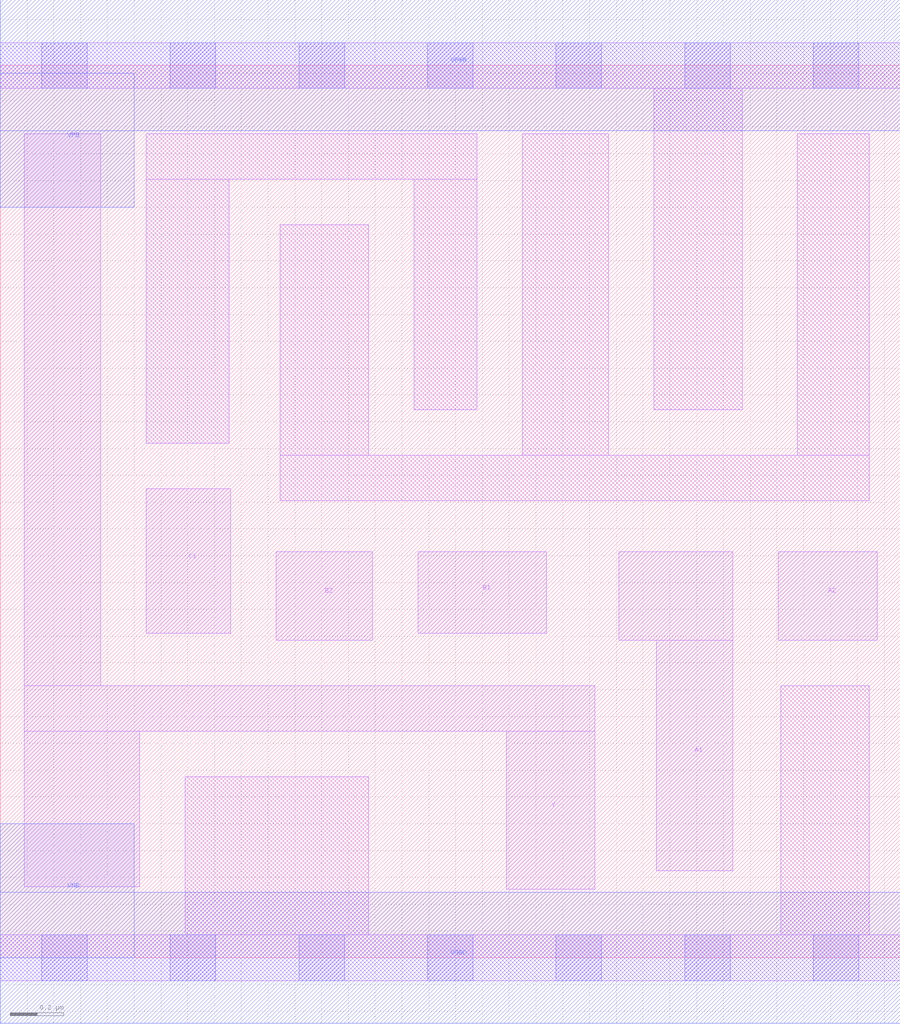
<source format=lef>
# Copyright 2020 The SkyWater PDK Authors
#
# Licensed under the Apache License, Version 2.0 (the "License");
# you may not use this file except in compliance with the License.
# You may obtain a copy of the License at
#
#     https://www.apache.org/licenses/LICENSE-2.0
#
# Unless required by applicable law or agreed to in writing, software
# distributed under the License is distributed on an "AS IS" BASIS,
# WITHOUT WARRANTIES OR CONDITIONS OF ANY KIND, either express or implied.
# See the License for the specific language governing permissions and
# limitations under the License.
#
# SPDX-License-Identifier: Apache-2.0

VERSION 5.5 ;
NAMESCASESENSITIVE ON ;
BUSBITCHARS "[]" ;
DIVIDERCHAR "/" ;
MACRO sky130_fd_sc_lp__a221oi_1
  CLASS CORE ;
  SOURCE USER ;
  ORIGIN  0.000000  0.000000 ;
  SIZE  3.360000 BY  3.330000 ;
  SYMMETRY X Y R90 ;
  SITE unit ;
  PIN A1
    ANTENNAGATEAREA  0.315000 ;
    DIRECTION INPUT ;
    USE SIGNAL ;
    PORT
      LAYER li1 ;
        RECT 2.310000 1.185000 2.735000 1.515000 ;
        RECT 2.450000 0.325000 2.735000 1.185000 ;
    END
  END A1
  PIN A2
    ANTENNAGATEAREA  0.315000 ;
    DIRECTION INPUT ;
    USE SIGNAL ;
    PORT
      LAYER li1 ;
        RECT 2.905000 1.185000 3.275000 1.515000 ;
    END
  END A2
  PIN B1
    ANTENNAGATEAREA  0.315000 ;
    DIRECTION INPUT ;
    USE SIGNAL ;
    PORT
      LAYER li1 ;
        RECT 1.560000 1.210000 2.040000 1.515000 ;
    END
  END B1
  PIN B2
    ANTENNAGATEAREA  0.315000 ;
    DIRECTION INPUT ;
    USE SIGNAL ;
    PORT
      LAYER li1 ;
        RECT 1.030000 1.185000 1.390000 1.515000 ;
    END
  END B2
  PIN C1
    ANTENNAGATEAREA  0.315000 ;
    DIRECTION INPUT ;
    USE SIGNAL ;
    PORT
      LAYER li1 ;
        RECT 0.545000 1.210000 0.860000 1.750000 ;
    END
  END C1
  PIN Y
    ANTENNADIFFAREA  0.884100 ;
    DIRECTION OUTPUT ;
    USE SIGNAL ;
    PORT
      LAYER li1 ;
        RECT 0.090000 0.265000 0.520000 0.845000 ;
        RECT 0.090000 0.845000 2.220000 1.015000 ;
        RECT 0.090000 1.015000 0.375000 3.075000 ;
        RECT 1.890000 0.255000 2.220000 0.845000 ;
    END
  END Y
  PIN VGND
    DIRECTION INOUT ;
    USE GROUND ;
    PORT
      LAYER met1 ;
        RECT 0.000000 -0.245000 3.360000 0.245000 ;
    END
  END VGND
  PIN VNB
    DIRECTION INOUT ;
    USE GROUND ;
    PORT
      LAYER met1 ;
        RECT 0.000000 0.000000 0.500000 0.500000 ;
    END
  END VNB
  PIN VPB
    DIRECTION INOUT ;
    USE POWER ;
    PORT
      LAYER met1 ;
        RECT 0.000000 2.800000 0.500000 3.300000 ;
    END
  END VPB
  PIN VPWR
    DIRECTION INOUT ;
    USE POWER ;
    PORT
      LAYER met1 ;
        RECT 0.000000 3.085000 3.360000 3.575000 ;
    END
  END VPWR
  OBS
    LAYER li1 ;
      RECT 0.000000 -0.085000 3.360000 0.085000 ;
      RECT 0.000000  3.245000 3.360000 3.415000 ;
      RECT 0.545000  1.920000 0.855000 2.905000 ;
      RECT 0.545000  2.905000 1.780000 3.075000 ;
      RECT 0.690000  0.085000 1.375000 0.675000 ;
      RECT 1.045000  1.705000 3.245000 1.875000 ;
      RECT 1.045000  1.875000 1.375000 2.735000 ;
      RECT 1.545000  2.045000 1.780000 2.905000 ;
      RECT 1.950000  1.875000 2.270000 3.075000 ;
      RECT 2.440000  2.045000 2.770000 3.245000 ;
      RECT 2.915000  0.085000 3.245000 1.015000 ;
      RECT 2.975000  1.875000 3.245000 3.075000 ;
    LAYER mcon ;
      RECT 0.155000 -0.085000 0.325000 0.085000 ;
      RECT 0.155000  3.245000 0.325000 3.415000 ;
      RECT 0.635000 -0.085000 0.805000 0.085000 ;
      RECT 0.635000  3.245000 0.805000 3.415000 ;
      RECT 1.115000 -0.085000 1.285000 0.085000 ;
      RECT 1.115000  3.245000 1.285000 3.415000 ;
      RECT 1.595000 -0.085000 1.765000 0.085000 ;
      RECT 1.595000  3.245000 1.765000 3.415000 ;
      RECT 2.075000 -0.085000 2.245000 0.085000 ;
      RECT 2.075000  3.245000 2.245000 3.415000 ;
      RECT 2.555000 -0.085000 2.725000 0.085000 ;
      RECT 2.555000  3.245000 2.725000 3.415000 ;
      RECT 3.035000 -0.085000 3.205000 0.085000 ;
      RECT 3.035000  3.245000 3.205000 3.415000 ;
  END
END sky130_fd_sc_lp__a221oi_1

</source>
